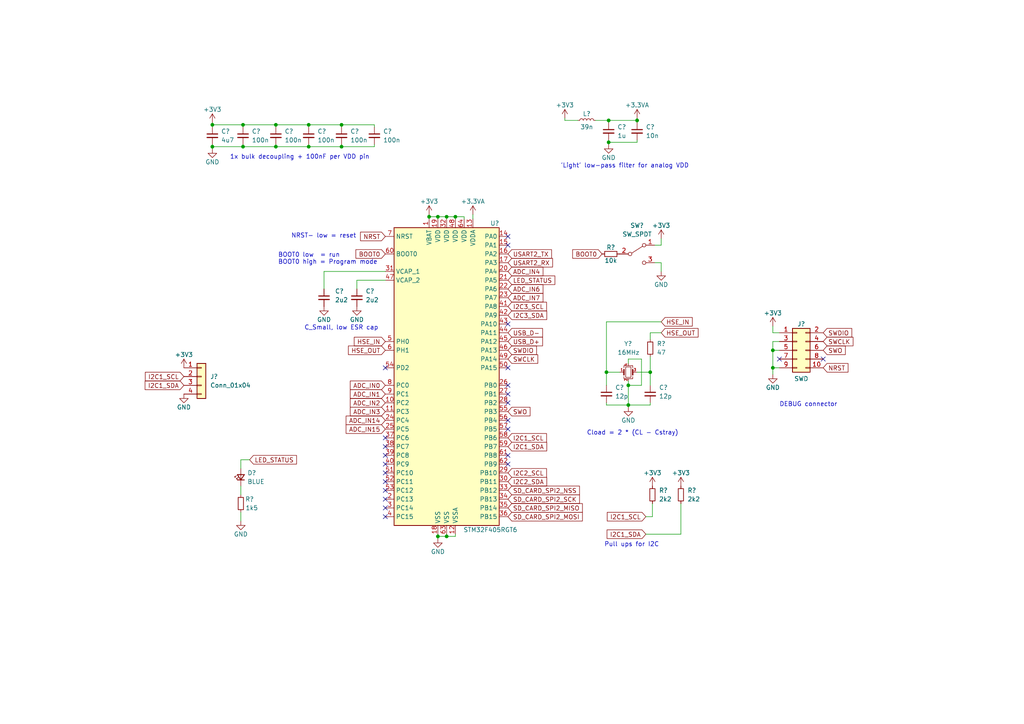
<source format=kicad_sch>
(kicad_sch (version 20230121) (generator eeschema)
  (paper "A4")
  (lib_symbols
    (symbol "Connector_Generic:Conn_01x04" (pin_names (offset 1.016) hide)
      (property "Reference" "J" (at 0 5.08 0))
      (property "Value" "Conn_01x04" (at 0 -7.62 0))
      (symbol "Conn_01x04_1_1"
        (rectangle (start -1.27 -4.953) (end 0 -5.207) (stroke (width 0.1524)))
        (rectangle (start -1.27 -2.413) (end 0 -2.667) (stroke (width 0.1524)))
        (rectangle (start -1.27 0.127) (end 0 -0.127) (stroke (width 0.1524)))
        (rectangle (start -1.27 2.667) (end 0 2.413) (stroke (width 0.1524)))
        (rectangle (start -1.27 3.81) (end 1.27 -6.35) (stroke (width 0.254)) (fill (type background)))
        (pin passive line (at -5.08 2.54 0) (length 3.81) (name "Pin_1") (number "1"))
        (pin passive line (at -5.08 0 0) (length 3.81) (name "Pin_2") (number "2"))
        (pin passive line (at -5.08 -2.54 0) (length 3.81) (name "Pin_3") (number "3"))
        (pin passive line (at -5.08 -5.08 0) (length 3.81) (name "Pin_4") (number "4"))
      )
    )
    (symbol "Connector_Generic:Conn_02x05_Odd_Even" (pin_names (offset 1.016) hide)
      (property "Reference" "J" (at 1.27 7.62 0))
      (property "Value" "Conn_02x05_Odd_Even" (at 1.27 -7.62 0))
      (symbol "Conn_02x05_Odd_Even_1_1"
        (rectangle (start -1.27 -4.953) (end 0 -5.207) (stroke (width 0.1524)))
        (rectangle (start -1.27 -2.413) (end 0 -2.667) (stroke (width 0.1524)))
        (rectangle (start -1.27 0.127) (end 0 -0.127) (stroke (width 0.1524)))
        (rectangle (start -1.27 2.667) (end 0 2.413) (stroke (width 0.1524)))
        (rectangle (start -1.27 5.207) (end 0 4.953) (stroke (width 0.1524)))
        (rectangle (start -1.27 6.35) (end 3.81 -6.35) (stroke (width 0.254)) (fill (type background)))
        (rectangle (start 3.81 -4.953) (end 2.54 -5.207) (stroke (width 0.1524)))
        (rectangle (start 3.81 -2.413) (end 2.54 -2.667) (stroke (width 0.1524)))
        (rectangle (start 3.81 0.127) (end 2.54 -0.127) (stroke (width 0.1524)))
        (rectangle (start 3.81 2.667) (end 2.54 2.413) (stroke (width 0.1524)))
        (rectangle (start 3.81 5.207) (end 2.54 4.953) (stroke (width 0.1524)))
        (pin passive line (at -5.08 5.08 0) (length 3.81) (name "Pin_1") (number "1"))
        (pin passive line (at 7.62 -5.08 180) (length 3.81) (name "Pin_10") (number "10"))
        (pin passive line (at 7.62 5.08 180) (length 3.81) (name "Pin_2") (number "2"))
        (pin passive line (at -5.08 2.54 0) (length 3.81) (name "Pin_3") (number "3"))
        (pin passive line (at 7.62 2.54 180) (length 3.81) (name "Pin_4") (number "4"))
        (pin passive line (at -5.08 0 0) (length 3.81) (name "Pin_5") (number "5"))
        (pin passive line (at 7.62 0 180) (length 3.81) (name "Pin_6") (number "6"))
        (pin passive line (at -5.08 -2.54 0) (length 3.81) (name "Pin_7") (number "7"))
        (pin passive line (at 7.62 -2.54 180) (length 3.81) (name "Pin_8") (number "8"))
        (pin passive line (at -5.08 -5.08 0) (length 3.81) (name "Pin_9") (number "9"))
      )
    )
    (symbol "Device:C_Small" (pin_numbers hide) (pin_names (offset 0.254) hide)
      (property "Reference" "C" (at 0.254 1.778 0))
      (property "Value" "C_Small" (at 0.254 -2.032 0))
      (symbol "C_Small_0_1"
        (polyline (pts (xy -1.524 -0.508) (xy 1.524 -0.508)) (stroke (width 0.3302)))
        (polyline (pts (xy -1.524 0.508) (xy 1.524 0.508)) (stroke (width 0.3048)))
      )
      (symbol "C_Small_1_1"
        (pin passive line (at 0 2.54 270) (length 2.032) (name "~") (number "1"))
        (pin passive line (at 0 -2.54 90) (length 2.032) (name "~") (number "2"))
      )
    )
    (symbol "Device:Crystal_GND24_Small" (pin_names (offset 1.016) hide)
      (property "Reference" "Y" (at 1.27 4.445 0))
      (property "Value" "Crystal_GND24_Small" (at 1.27 2.54 0))
      (symbol "Crystal_GND24_Small_0_1"
        (rectangle (start -0.762 -1.524) (end 0.762 1.524))
        (polyline (pts (xy -1.27 -0.762) (xy -1.27 0.762)) (stroke (width 0.381)))
        (polyline (pts (xy 1.27 -0.762) (xy 1.27 0.762)) (stroke (width 0.381)))
        (polyline (pts (xy -1.27 -1.27) (xy -1.27 -1.905) (xy 1.27 -1.905) (xy 1.27 -1.27)))
        (polyline (pts (xy -1.27 1.27) (xy -1.27 1.905) (xy 1.27 1.905) (xy 1.27 1.27)))
      )
      (symbol "Crystal_GND24_Small_1_1"
        (pin passive line (at -2.54 0 0) (length 1.27) (name "1") (number "1"))
        (pin passive line (at 0 -2.54 90) (length 0.635) (name "2") (number "2"))
        (pin passive line (at 2.54 0 180) (length 1.27) (name "3") (number "3"))
        (pin passive line (at 0 2.54 270) (length 0.635) (name "4") (number "4"))
      )
    )
    (symbol "Device:LED_Small" (pin_numbers hide) (pin_names (offset 0.254) hide)
      (property "Reference" "D" (at -1.27 3.175 0))
      (property "Value" "LED_Small" (at -4.445 -2.54 0))
      (symbol "LED_Small_0_1"
        (polyline (pts (xy -0.762 -1.016) (xy -0.762 1.016)) (stroke (width 0.254)))
        (polyline (pts (xy 1.016 0) (xy -0.762 0)))
        (polyline (pts (xy 0.762 -1.016) (xy -0.762 0) (xy 0.762 1.016) (xy 0.762 -1.016)) (stroke (width 0.254)))
        (polyline (pts (xy 0 0.762) (xy -0.508 1.27) (xy -0.254 1.27) (xy -0.508 1.27) (xy -0.508 1.016)))
        (polyline (pts (xy 0.508 1.27) (xy 0 1.778) (xy 0.254 1.778) (xy 0 1.778) (xy 0 1.524)))
      )
      (symbol "LED_Small_1_1"
        (pin passive line (at -2.54 0 0) (length 1.778) (name "K") (number "1"))
        (pin passive line (at 2.54 0 180) (length 1.778) (name "A") (number "2"))
      )
    )
    (symbol "Device:L_Small" (pin_numbers hide) (pin_names (offset 0.254) hide)
      (property "Reference" "L" (at 0.762 1.016 0))
      (property "Value" "L_Small" (at 0.762 -1.016 0))
      (symbol "L_Small_0_1"
        (arc (start 0 -2.032) (mid 0.5058 -1.524) (end 0 -1.016))
        (arc (start 0 -1.016) (mid 0.5058 -0.508) (end 0 0))
        (arc (start 0 0) (mid 0.5058 0.508) (end 0 1.016))
        (arc (start 0 1.016) (mid 0.5058 1.524) (end 0 2.032))
      )
      (symbol "L_Small_1_1"
        (pin passive line (at 0 2.54 270) (length 0.508) (name "~") (number "1"))
        (pin passive line (at 0 -2.54 90) (length 0.508) (name "~") (number "2"))
      )
    )
    (symbol "Device:R_Small" (pin_numbers hide) (pin_names (offset 0.254) hide)
      (property "Reference" "R" (at 0.762 0.508 0))
      (property "Value" "R_Small" (at 0.762 -1.016 0))
      (symbol "R_Small_0_1"
        (rectangle (start -0.762 1.778) (end 0.762 -1.778) (stroke (width 0.2032)))
      )
      (symbol "R_Small_1_1"
        (pin passive line (at 0 2.54 270) (length 0.762) (name "~") (number "1"))
        (pin passive line (at 0 -2.54 90) (length 0.762) (name "~") (number "2"))
      )
    )
    (symbol "MCU_ST_STM32F4:STM32F405RGTx"
      (property "Reference" "U" (at -15.24 44.45 0))
      (property "Value" "STM32F405RGTx" (at 10.16 44.45 0))
      (symbol "STM32F405RGTx_0_1"
        (rectangle (start -15.24 -43.18) (end 15.24 43.18) (stroke (width 0.254)) (fill (type background)))
      )
      (symbol "STM32F405RGTx_1_1"
        (pin power_in line (at -5.08 45.72 270) (length 2.54) (name "VBAT") (number "1"))
        (pin bidirectional line (at -17.78 -7.62 0) (length 2.54) (name "PC2") (number "10"))
        (pin bidirectional line (at -17.78 -10.16 0) (length 2.54) (name "PC3") (number "11"))
        (pin power_in line (at 2.54 -45.72 90) (length 2.54) (name "VSSA") (number "12"))
        (pin power_in line (at 7.62 45.72 270) (length 2.54) (name "VDDA") (number "13"))
        (pin bidirectional line (at 17.78 40.64 180) (length 2.54) (name "PA0") (number "14"))
        (pin bidirectional line (at 17.78 38.1 180) (length 2.54) (name "PA1") (number "15"))
        (pin bidirectional line (at 17.78 35.56 180) (length 2.54) (name "PA2") (number "16"))
        (pin bidirectional line (at 17.78 33.02 180) (length 2.54) (name "PA3") (number "17"))
        (pin power_in line (at -2.54 -45.72 90) (length 2.54) (name "VSS") (number "18"))
        (pin power_in line (at -2.54 45.72 270) (length 2.54) (name "VDD") (number "19"))
        (pin bidirectional line (at -17.78 -35.56 0) (length 2.54) (name "PC13") (number "2"))
        (pin bidirectional line (at 17.78 30.48 180) (length 2.54) (name "PA4") (number "20"))
        (pin bidirectional line (at 17.78 27.94 180) (length 2.54) (name "PA5") (number "21"))
        (pin bidirectional line (at 17.78 25.4 180) (length 2.54) (name "PA6") (number "22"))
        (pin bidirectional line (at 17.78 22.86 180) (length 2.54) (name "PA7") (number "23"))
        (pin bidirectional line (at -17.78 -12.7 0) (length 2.54) (name "PC4") (number "24"))
        (pin bidirectional line (at -17.78 -15.24 0) (length 2.54) (name "PC5") (number "25"))
        (pin bidirectional line (at 17.78 -2.54 180) (length 2.54) (name "PB0") (number "26"))
        (pin bidirectional line (at 17.78 -5.08 180) (length 2.54) (name "PB1") (number "27"))
        (pin bidirectional line (at 17.78 -7.62 180) (length 2.54) (name "PB2") (number "28"))
        (pin bidirectional line (at 17.78 -27.94 180) (length 2.54) (name "PB10") (number "29"))
        (pin bidirectional line (at -17.78 -38.1 0) (length 2.54) (name "PC14") (number "3"))
        (pin bidirectional line (at 17.78 -30.48 180) (length 2.54) (name "PB11") (number "30"))
        (pin power_in line (at -17.78 30.48 0) (length 2.54) (name "VCAP_1") (number "31"))
        (pin power_in line (at 0 45.72 270) (length 2.54) (name "VDD") (number "32"))
        (pin bidirectional line (at 17.78 -33.02 180) (length 2.54) (name "PB12") (number "33"))
        (pin bidirectional line (at 17.78 -35.56 180) (length 2.54) (name "PB13") (number "34"))
        (pin bidirectional line (at 17.78 -38.1 180) (length 2.54) (name "PB14") (number "35"))
        (pin bidirectional line (at 17.78 -40.64 180) (length 2.54) (name "PB15") (number "36"))
        (pin bidirectional line (at -17.78 -17.78 0) (length 2.54) (name "PC6") (number "37"))
        (pin bidirectional line (at -17.78 -20.32 0) (length 2.54) (name "PC7") (number "38"))
        (pin bidirectional line (at -17.78 -22.86 0) (length 2.54) (name "PC8") (number "39"))
        (pin bidirectional line (at -17.78 -40.64 0) (length 2.54) (name "PC15") (number "4"))
        (pin bidirectional line (at -17.78 -25.4 0) (length 2.54) (name "PC9") (number "40"))
        (pin bidirectional line (at 17.78 20.32 180) (length 2.54) (name "PA8") (number "41"))
        (pin bidirectional line (at 17.78 17.78 180) (length 2.54) (name "PA9") (number "42"))
        (pin bidirectional line (at 17.78 15.24 180) (length 2.54) (name "PA10") (number "43"))
        (pin bidirectional line (at 17.78 12.7 180) (length 2.54) (name "PA11") (number "44"))
        (pin bidirectional line (at 17.78 10.16 180) (length 2.54) (name "PA12") (number "45"))
        (pin bidirectional line (at 17.78 7.62 180) (length 2.54) (name "PA13") (number "46"))
        (pin power_in line (at -17.78 27.94 0) (length 2.54) (name "VCAP_2") (number "47"))
        (pin power_in line (at 2.54 45.72 270) (length 2.54) (name "VDD") (number "48"))
        (pin bidirectional line (at 17.78 5.08 180) (length 2.54) (name "PA14") (number "49"))
        (pin input line (at -17.78 10.16 0) (length 2.54) (name "PH0") (number "5"))
        (pin bidirectional line (at 17.78 2.54 180) (length 2.54) (name "PA15") (number "50"))
        (pin bidirectional line (at -17.78 -27.94 0) (length 2.54) (name "PC10") (number "51"))
        (pin bidirectional line (at -17.78 -30.48 0) (length 2.54) (name "PC11") (number "52"))
        (pin bidirectional line (at -17.78 -33.02 0) (length 2.54) (name "PC12") (number "53"))
        (pin bidirectional line (at -17.78 2.54 0) (length 2.54) (name "PD2") (number "54"))
        (pin bidirectional line (at 17.78 -10.16 180) (length 2.54) (name "PB3") (number "55"))
        (pin bidirectional line (at 17.78 -12.7 180) (length 2.54) (name "PB4") (number "56"))
        (pin bidirectional line (at 17.78 -15.24 180) (length 2.54) (name "PB5") (number "57"))
        (pin bidirectional line (at 17.78 -17.78 180) (length 2.54) (name "PB6") (number "58"))
        (pin bidirectional line (at 17.78 -20.32 180) (length 2.54) (name "PB7") (number "59"))
        (pin input line (at -17.78 7.62 0) (length 2.54) (name "PH1") (number "6"))
        (pin input line (at -17.78 35.56 0) (length 2.54) (name "BOOT0") (number "60"))
        (pin bidirectional line (at 17.78 -22.86 180) (length 2.54) (name "PB8") (number "61"))
        (pin bidirectional line (at 17.78 -25.4 180) (length 2.54) (name "PB9") (number "62"))
        (pin power_in line (at 0 -45.72 90) (length 2.54) (name "VSS") (number "63"))
        (pin power_in line (at 5.08 45.72 270) (length 2.54) (name "VDD") (number "64"))
        (pin input line (at -17.78 40.64 0) (length 2.54) (name "NRST") (number "7"))
        (pin bidirectional line (at -17.78 -2.54 0) (length 2.54) (name "PC0") (number "8"))
        (pin bidirectional line (at -17.78 -5.08 0) (length 2.54) (name "PC1") (number "9"))
      )
    )
    (symbol "STM32F4_REV2-rescue:+3.3V-power" (power) (pin_names (offset 0))
      (property "Value" "+3.3V-power" (at 0 3.556 0))
      (symbol "+3.3V-power_0_1"
        (polyline (pts (xy -0.762 1.27) (xy 0 2.54)))
        (polyline (pts (xy 0 0) (xy 0 2.54)))
        (polyline (pts (xy 0 2.54) (xy 0.762 1.27)))
      )
      (symbol "+3.3V-power_1_1"
        (pin power_in line (at 0 0 90) (length 0) hide (name "+3V3") (number "1"))
      )
    )
    (symbol "Switch:SW_SPDT" (pin_names (offset 0) hide)
      (property "Reference" "SW" (at 0 4.318 0))
      (property "Value" "SW_SPDT" (at 0 -5.08 0))
      (symbol "SW_SPDT_0_0"
        (circle (center -2.032 0) (radius 0.508))
        (circle (center 2.032 -2.54) (radius 0.508))
      )
      (symbol "SW_SPDT_0_1"
        (polyline (pts (xy -1.524 0.254) (xy 1.651 2.286)))
        (circle (center 2.032 2.54) (radius 0.508))
      )
      (symbol "SW_SPDT_1_1"
        (pin passive line (at 5.08 2.54 180) (length 2.54) (name "A") (number "1"))
        (pin passive line (at -5.08 0 0) (length 2.54) (name "B") (number "2"))
        (pin passive line (at 5.08 -2.54 180) (length 2.54) (name "C") (number "3"))
      )
    )
    (symbol "power:+3.3VA" (power) (pin_names (offset 0))
      (property "Value" "+3.3VA" (at 0 3.556 0))
      (symbol "+3.3VA_0_1"
        (polyline (pts (xy -0.762 1.27) (xy 0 2.54)))
        (polyline (pts (xy 0 0) (xy 0 2.54)))
        (polyline (pts (xy 0 2.54) (xy 0.762 1.27)))
      )
      (symbol "+3.3VA_1_1"
        (pin power_in line (at 0 0 90) (length 0) hide (name "+3.3VA") (number "1"))
      )
    )
    (symbol "power:GND" (power) (pin_names (offset 0))
      (property "Value" "GND" (at 0 -3.81 0))
      (symbol "GND_0_1"
        (polyline (pts (xy 0 0) (xy 0 -1.27) (xy 1.27 -1.27) (xy 0 -2.54) (xy -1.27 -1.27) (xy 0 -1.27)))
      )
      (symbol "GND_1_1"
        (pin power_in line (at 0 0 270) (length 0) hide (name "GND") (number "1"))
      )
    )
  )
  (junction (at 99.06 42.545))
  (junction (at 224.155 106.68))
  (junction (at 61.595 36.195))
  (junction (at 182.245 117.475))
  (junction (at 129.54 155.575))
  (junction (at 129.54 62.865))
  (junction (at 80.01 36.195))
  (junction (at 176.53 41.275))
  (junction (at 70.485 42.545))
  (junction (at 127 155.575))
  (junction (at 132.08 62.865))
  (junction (at 80.01 42.545))
  (junction (at 224.155 101.6))
  (junction (at 188.595 107.95))
  (junction (at 61.595 42.545))
  (junction (at 184.785 34.925))
  (junction (at 70.485 36.195))
  (junction (at 182.245 111.76))
  (junction (at 175.895 107.95))
  (junction (at 176.53 34.925))
  (junction (at 99.06 36.195))
  (junction (at 89.535 42.545))
  (junction (at 127 62.865))
  (junction (at 89.535 36.195))
  (junction (at 124.46 62.865))
  (no_connect (at 111.76 134.62))
  (no_connect (at 111.76 144.78))
  (no_connect (at 111.76 142.24))
  (no_connect (at 111.76 132.08))
  (no_connect (at 147.32 121.92))
  (no_connect (at 147.32 68.58))
  (no_connect (at 111.76 139.7))
  (no_connect (at 147.32 132.08))
  (no_connect (at 147.32 93.98))
  (no_connect (at 147.32 134.62))
  (no_connect (at 147.32 124.46))
  (no_connect (at 147.32 116.84))
  (no_connect (at 111.76 137.16))
  (no_connect (at 111.76 127))
  (no_connect (at 111.76 149.86))
  (no_connect (at 147.32 106.68))
  (no_connect (at 226.06 104.14))
  (no_connect (at 238.76 104.14))
  (no_connect (at 111.76 106.68))
  (no_connect (at 111.76 147.32))
  (no_connect (at 111.76 129.54))
  (no_connect (at 147.32 114.3))
  (no_connect (at 147.32 71.12))
  (no_connect (at 147.32 111.76))
  (wire (pts (xy 176.53 35.56) (xy 176.53 34.925)))
  (wire (pts (xy 103.505 83.82) (xy 103.505 81.28)))
  (wire (pts (xy 72.39 133.35) (xy 69.85 133.35)))
  (wire (pts (xy 184.785 34.29) (xy 184.785 34.925)))
  (wire (pts (xy 61.595 35.56) (xy 61.595 36.195)))
  (wire (pts (xy 188.595 117.475) (xy 188.595 116.84)))
  (wire (pts (xy 182.245 118.11) (xy 182.245 117.475)))
  (wire (pts (xy 224.155 94.615) (xy 224.155 96.52)))
  (wire (pts (xy 69.85 143.51) (xy 69.85 140.97)))
  (wire (pts (xy 70.485 36.83) (xy 70.485 36.195)))
  (wire (pts (xy 103.505 81.28) (xy 111.76 81.28)))
  (wire (pts (xy 186.055 104.14) (xy 186.055 111.76)))
  (wire (pts (xy 226.06 106.68) (xy 224.155 106.68)))
  (wire (pts (xy 189.23 149.86) (xy 189.23 146.05)))
  (wire (pts (xy 127 156.21) (xy 127 155.575)))
  (wire (pts (xy 124.46 62.865) (xy 124.46 63.5)))
  (wire (pts (xy 184.785 34.925) (xy 176.53 34.925)))
  (wire (pts (xy 99.06 42.545) (xy 108.585 42.545)))
  (wire (pts (xy 93.98 83.82) (xy 93.98 78.74)))
  (wire (pts (xy 99.06 36.195) (xy 108.585 36.195)))
  (wire (pts (xy 129.54 63.5) (xy 129.54 62.865)))
  (wire (pts (xy 163.83 34.925) (xy 167.64 34.925)))
  (wire (pts (xy 224.155 96.52) (xy 226.06 96.52)))
  (wire (pts (xy 187.325 149.86) (xy 189.23 149.86)))
  (wire (pts (xy 224.155 106.68) (xy 224.155 108.585)))
  (wire (pts (xy 89.535 41.91) (xy 89.535 42.545)))
  (wire (pts (xy 132.08 155.575) (xy 132.08 154.94)))
  (wire (pts (xy 176.53 34.925) (xy 172.72 34.925)))
  (wire (pts (xy 93.98 78.74) (xy 111.76 78.74)))
  (wire (pts (xy 224.155 99.06) (xy 224.155 101.6)))
  (wire (pts (xy 124.46 62.865) (xy 127 62.865)))
  (wire (pts (xy 127 62.865) (xy 129.54 62.865)))
  (wire (pts (xy 186.055 111.76) (xy 182.245 111.76)))
  (wire (pts (xy 226.06 99.06) (xy 224.155 99.06)))
  (wire (pts (xy 182.245 111.76) (xy 182.245 117.475)))
  (wire (pts (xy 70.485 42.545) (xy 80.01 42.545)))
  (wire (pts (xy 188.595 96.52) (xy 188.595 98.425)))
  (wire (pts (xy 184.785 107.95) (xy 188.595 107.95)))
  (wire (pts (xy 184.785 41.275) (xy 184.785 40.64)))
  (wire (pts (xy 176.53 41.275) (xy 176.53 40.64)))
  (wire (pts (xy 89.535 36.195) (xy 99.06 36.195)))
  (wire (pts (xy 175.895 111.76) (xy 175.895 107.95)))
  (wire (pts (xy 182.245 117.475) (xy 175.895 117.475)))
  (wire (pts (xy 134.62 62.865) (xy 134.62 63.5)))
  (wire (pts (xy 129.54 154.94) (xy 129.54 155.575)))
  (wire (pts (xy 175.895 93.345) (xy 175.895 107.95)))
  (wire (pts (xy 61.595 36.195) (xy 61.595 36.83)))
  (wire (pts (xy 89.535 42.545) (xy 99.06 42.545)))
  (wire (pts (xy 80.01 36.83) (xy 80.01 36.195)))
  (wire (pts (xy 137.16 62.23) (xy 137.16 63.5)))
  (wire (pts (xy 99.06 41.91) (xy 99.06 42.545)))
  (wire (pts (xy 182.245 117.475) (xy 188.595 117.475)))
  (wire (pts (xy 182.245 105.41) (xy 182.245 104.14)))
  (wire (pts (xy 191.77 76.2) (xy 189.865 76.2)))
  (wire (pts (xy 70.485 41.91) (xy 70.485 42.545)))
  (wire (pts (xy 108.585 36.195) (xy 108.585 36.83)))
  (wire (pts (xy 197.485 154.94) (xy 197.485 146.05)))
  (wire (pts (xy 129.54 155.575) (xy 132.08 155.575)))
  (wire (pts (xy 184.785 35.56) (xy 184.785 34.925)))
  (wire (pts (xy 69.85 151.13) (xy 69.85 148.59)))
  (wire (pts (xy 80.01 36.195) (xy 89.535 36.195)))
  (wire (pts (xy 69.85 133.35) (xy 69.85 135.89)))
  (wire (pts (xy 129.54 62.865) (xy 132.08 62.865)))
  (wire (pts (xy 226.06 101.6) (xy 224.155 101.6)))
  (wire (pts (xy 175.895 93.345) (xy 191.77 93.345)))
  (wire (pts (xy 176.53 41.275) (xy 184.785 41.275)))
  (wire (pts (xy 61.595 42.545) (xy 70.485 42.545)))
  (wire (pts (xy 61.595 36.195) (xy 70.485 36.195)))
  (wire (pts (xy 127 63.5) (xy 127 62.865)))
  (wire (pts (xy 80.01 41.91) (xy 80.01 42.545)))
  (wire (pts (xy 175.895 117.475) (xy 175.895 116.84)))
  (wire (pts (xy 175.895 107.95) (xy 179.705 107.95)))
  (wire (pts (xy 182.245 110.49) (xy 182.245 111.76)))
  (wire (pts (xy 61.595 42.545) (xy 61.595 41.91)))
  (wire (pts (xy 163.83 34.29) (xy 163.83 34.925)))
  (wire (pts (xy 187.325 154.94) (xy 197.485 154.94)))
  (wire (pts (xy 89.535 36.83) (xy 89.535 36.195)))
  (wire (pts (xy 176.53 41.91) (xy 176.53 41.275)))
  (wire (pts (xy 124.46 62.23) (xy 124.46 62.865)))
  (wire (pts (xy 191.77 96.52) (xy 188.595 96.52)))
  (wire (pts (xy 127 155.575) (xy 129.54 155.575)))
  (wire (pts (xy 61.595 43.18) (xy 61.595 42.545)))
  (wire (pts (xy 188.595 103.505) (xy 188.595 107.95)))
  (wire (pts (xy 224.155 101.6) (xy 224.155 106.68)))
  (wire (pts (xy 132.08 62.865) (xy 134.62 62.865)))
  (wire (pts (xy 70.485 36.195) (xy 80.01 36.195)))
  (wire (pts (xy 80.01 42.545) (xy 89.535 42.545)))
  (wire (pts (xy 191.77 78.74) (xy 191.77 76.2)))
  (wire (pts (xy 188.595 111.76) (xy 188.595 107.95)))
  (wire (pts (xy 189.865 71.12) (xy 191.77 71.12)))
  (wire (pts (xy 99.06 36.83) (xy 99.06 36.195)))
  (wire (pts (xy 191.77 71.12) (xy 191.77 69.215)))
  (wire (pts (xy 132.08 63.5) (xy 132.08 62.865)))
  (wire (pts (xy 182.245 104.14) (xy 186.055 104.14)))
  (wire (pts (xy 127 155.575) (xy 127 154.94)))
  (wire (pts (xy 108.585 42.545) (xy 108.585 41.91)))
  (text "Cload = 2 * (CL - Cstray)" (at 170.18 126.365 0) (effects (font (size 1.27 1.27)) (justify left bottom)))
  (text "Pull ups for I2C" (at 175.26 158.75 0) (effects (font (size 1.27 1.27)) (justify left bottom)))
  (text "'Light' low-pass filter for analog VDD" (at 162.56 48.895 0) (effects (font (size 1.27 1.27)) (justify left bottom)))
  (text "1x bulk decoupling + 100nF per VDD pin" (at 66.675 46.355 0) (effects (font (size 1.27 1.27)) (justify left bottom)))
  (text "BOOT0 low  = run\nBOOT0 high = Program mode" (at 80.645 76.835 0) (effects (font (size 1.27 1.27)) (justify left bottom)))
  (text "NRST- low = reset" (at 84.455 69.215 0) (effects (font (size 1.27 1.27)) (justify left bottom)))
  (text "C_Small, low ESR cap" (at 88.265 95.885 0) (effects (font (size 1.27 1.27)) (justify left bottom)))
  (text "DEBUG connector" (at 226.06 118.11 0) (effects (font (size 1.27 1.27)) (justify left bottom)))
  (global_label "USB_D+" (shape input) (at 147.32 99.06 0) (property "Intersheetrefs" "${INTERSHEET_REFS}" (effects hide)))
  (global_label "SWDIO" (shape input) (at 238.76 96.52 0) (property "Intersheetrefs" "${INTERSHEET_REFS}" (effects hide)))
  (global_label "USB_D-" (shape input) (at 147.32 96.52 0) (property "Intersheetrefs" "${INTERSHEET_REFS}" (effects hide)))
  (global_label "SD_CARD_SPI2_SCK" (shape input) (at 147.32 144.78 0) (property "Intersheetrefs" "${INTERSHEET_REFS}" (effects hide)))
  (global_label "I2C1_SCL" (shape input) (at 147.32 127 0) (property "Intersheetrefs" "${INTERSHEET_REFS}" (effects hide)))
  (global_label "SWDIO" (shape input) (at 147.32 101.6 0) (property "Intersheetrefs" "${INTERSHEET_REFS}" (effects hide)))
  (global_label "ADC_IN3" (shape input) (at 111.76 119.38 180) (property "Intersheetrefs" "${INTERSHEET_REFS}" (effects hide)))
  (global_label "I2C3_SDA" (shape input) (at 147.32 91.44 0) (property "Intersheetrefs" "${INTERSHEET_REFS}" (effects hide)))
  (global_label "I2C1_SDA" (shape input) (at 53.34 111.76 180) (property "Intersheetrefs" "${INTERSHEET_REFS}" (effects hide)))
  (global_label "USART2_TX" (shape input) (at 147.32 73.66 0) (property "Intersheetrefs" "${INTERSHEET_REFS}" (effects hide)))
  (global_label "HSE_IN" (shape input) (at 111.76 99.06 180) (property "Intersheetrefs" "${INTERSHEET_REFS}" (effects hide)))
  (global_label "SWCLK" (shape input) (at 238.76 99.06 0) (property "Intersheetrefs" "${INTERSHEET_REFS}" (effects hide)))
  (global_label "BOOT0" (shape input) (at 111.76 73.66 180) (property "Intersheetrefs" "${INTERSHEET_REFS}" (effects hide)))
  (global_label "I2C3_SCL" (shape input) (at 147.32 88.9 0) (property "Intersheetrefs" "${INTERSHEET_REFS}" (effects hide)))
  (global_label "I2C1_SDA" (shape input) (at 147.32 129.54 0) (property "Intersheetrefs" "${INTERSHEET_REFS}" (effects hide)))
  (global_label "I2C1_SDA" (shape input) (at 187.325 154.94 180) (property "Intersheetrefs" "${INTERSHEET_REFS}" (effects hide)))
  (global_label "SWO" (shape input) (at 238.76 101.6 0) (property "Intersheetrefs" "${INTERSHEET_REFS}" (effects hide)))
  (global_label "SWCLK" (shape input) (at 147.32 104.14 0) (property "Intersheetrefs" "${INTERSHEET_REFS}" (effects hide)))
  (global_label "ADC_IN6" (shape input) (at 147.32 83.82 0) (property "Intersheetrefs" "${INTERSHEET_REFS}" (effects hide)))
  (global_label "BOOT0" (shape input) (at 174.625 73.66 180) (property "Intersheetrefs" "${INTERSHEET_REFS}" (effects hide)))
  (global_label "LED_STATUS" (shape input) (at 147.32 81.28 0) (property "Intersheetrefs" "${INTERSHEET_REFS}" (effects hide)))
  (global_label "I2C1_SCL" (shape input) (at 53.34 109.22 180) (property "Intersheetrefs" "${INTERSHEET_REFS}" (effects hide)))
  (global_label "ADC_IN1" (shape input) (at 111.76 114.3 180) (property "Intersheetrefs" "${INTERSHEET_REFS}" (effects hide)))
  (global_label "HSE_IN" (shape input) (at 191.77 93.345 0) (property "Intersheetrefs" "${INTERSHEET_REFS}" (effects hide)))
  (global_label "HSE_OUT" (shape input) (at 191.77 96.52 0) (property "Intersheetrefs" "${INTERSHEET_REFS}" (effects hide)))
  (global_label "I2C1_SCL" (shape input) (at 187.325 149.86 180) (property "Intersheetrefs" "${INTERSHEET_REFS}" (effects hide)))
  (global_label "ADC_IN7" (shape input) (at 147.32 86.36 0) (property "Intersheetrefs" "${INTERSHEET_REFS}" (effects hide)))
  (global_label "SD_CARD_SPI2_MISO" (shape input) (at 147.32 147.32 0) (property "Intersheetrefs" "${INTERSHEET_REFS}" (effects hide)))
  (global_label "I2C2_SDA" (shape input) (at 147.32 139.7 0) (property "Intersheetrefs" "${INTERSHEET_REFS}" (effects hide)))
  (global_label "USART2_RX" (shape input) (at 147.32 76.2 0) (property "Intersheetrefs" "${INTERSHEET_REFS}" (effects hide)))
  (global_label "HSE_OUT" (shape input) (at 111.76 101.6 180) (property "Intersheetrefs" "${INTERSHEET_REFS}" (effects hide)))
  (global_label "NRST" (shape input) (at 238.76 106.68 0) (property "Intersheetrefs" "${INTERSHEET_REFS}" (effects hide)))
  (global_label "SWO" (shape input) (at 147.32 119.38 0) (property "Intersheetrefs" "${INTERSHEET_REFS}" (effects hide)))
  (global_label "SD_CARD_SPI2_NSS" (shape input) (at 147.32 142.24 0) (property "Intersheetrefs" "${INTERSHEET_REFS}" (effects hide)))
  (global_label "SD_CARD_SPI2_MOSI" (shape input) (at 147.32 149.86 0) (property "Intersheetrefs" "${INTERSHEET_REFS}" (effects hide)))
  (global_label "LED_STATUS" (shape input) (at 72.39 133.35 0) (property "Intersheetrefs" "${INTERSHEET_REFS}" (effects hide)))
  (global_label "ADC_IN14" (shape input) (at 111.76 121.92 180) (property "Intersheetrefs" "${INTERSHEET_REFS}" (effects hide)))
  (global_label "ADC_IN4" (shape input) (at 147.32 78.74 0) (property "Intersheetrefs" "${INTERSHEET_REFS}" (effects hide)))
  (global_label "ADC_IN0" (shape input) (at 111.76 111.76 180) (property "Intersheetrefs" "${INTERSHEET_REFS}" (effects hide)))
  (global_label "ADC_IN15" (shape input) (at 111.76 124.46 180) (property "Intersheetrefs" "${INTERSHEET_REFS}" (effects hide)))
  (global_label "NRST" (shape input) (at 111.76 68.58 180) (property "Intersheetrefs" "${INTERSHEET_REFS}" (effects hide)))
  (global_label "ADC_IN2" (shape input) (at 111.76 116.84 180) (property "Intersheetrefs" "${INTERSHEET_REFS}" (effects hide)))
  (global_label "I2C2_SCL" (shape input) (at 147.32 137.16 0) (property "Intersheetrefs" "${INTERSHEET_REFS}" (effects hide)))
  (symbol (lib_id "Device:R_Small") (at 69.85 146.05 180) (unit 1)
    (property "Reference" "R?" (at 72.39 144.78 0))
    (property "Value" "1k5" (at 73.025 147.32 0))
    (property "Footprint" "Resistor_SMD:R_0603_1608Metric" (effects hide))
    (property "LCSC Part #" "C22843" (effects hide))
  )
  (symbol (lib_id "power:GND") (at 93.98 88.9 0) (unit 1)
    (property "Reference" "#PWR?" (effects hide))
    (property "Value" "GND" (at 93.98 92.71 0))
  )
  (symbol (lib_id "power:GND") (at 53.34 114.3 0) (unit 1)
    (property "Reference" "#PWR?" (effects hide))
    (property "Value" "GND" (at 53.34 118.11 0))
  )
  (symbol (lib_id "STM32F4_REV2-rescue:+3.3V-power") (at 163.83 34.29 0) (unit 1)
    (property "Reference" "#PWR?" (effects hide))
    (property "Value" "+3.3V" (at 163.83 30.48 0))
  )
  (symbol (lib_id "Device:LED_Small") (at 69.85 138.43 90) (unit 1)
    (property "Reference" "D?" (at 71.755 137.16 90) (effects (justify right)))
    (property "Value" "BLUE" (at 71.755 139.7 90) (effects (justify right)))
    (property "Footprint" "LED_SMD:LED_0603_1608Metric" (effects hide))
    (property "LCSC Part #" "C72041" (effects hide))
  )
  (symbol (lib_id "Device:R_Small") (at 197.485 143.51 0) (unit 1)
    (property "Reference" "R?" (at 199.39 142.24 0) (effects (justify left)))
    (property "Value" "2k2" (at 199.39 144.78 0) (effects (justify left)))
    (property "Footprint" "Resistor_SMD:R_0402_1005Metric" (effects hide))
    (property "LCSC Part #" "C25879" (effects hide))
  )
  (symbol (lib_id "Device:R_Small") (at 189.23 143.51 0) (unit 1)
    (property "Reference" "R?" (at 191.135 142.24 0) (effects (justify left)))
    (property "Value" "2k2" (at 191.135 144.78 0) (effects (justify left)))
    (property "Footprint" "Resistor_SMD:R_0402_1005Metric" (effects hide))
    (property "LCSC Part #" "C25879" (effects hide))
  )
  (symbol (lib_id "Device:C_Small") (at 89.535 39.37 0) (unit 1)
    (property "Reference" "C?" (at 92.075 38.1 0) (effects (justify left)))
    (property "Value" "100n" (at 92.075 40.64 0) (effects (justify left)))
    (property "Footprint" "Capacitor_SMD:C_0402_1005Metric" (effects hide))
    (property "LCSC Part #" "C1525" (effects hide))
  )
  (symbol (lib_id "Connector_Generic:Conn_01x04") (at 58.42 109.22 0) (unit 1)
    (property "Reference" "J?" (at 60.96 109.22 0) (effects (justify left)))
    (property "Value" "Conn_01x04" (at 60.96 111.76 0) (effects (justify left)))
    (property "Footprint" "Connector_Molex:Molex_PicoBlade_53048-0410_1x04_P1.25mm_Horizontal" (effects hide))
  )
  (symbol (lib_id "power:GND") (at 224.155 108.585 0) (unit 1)
    (property "Reference" "#PWR?" (effects hide))
    (property "Value" "GND" (at 224.155 112.395 0))
  )
  (symbol (lib_id "Device:C_Small") (at 70.485 39.37 0) (unit 1)
    (property "Reference" "C?" (at 73.025 38.1 0) (effects (justify left)))
    (property "Value" "100n" (at 73.025 40.64 0) (effects (justify left)))
    (property "Footprint" "Capacitor_SMD:C_0402_1005Metric" (effects hide))
    (property "LCSC Part #" "C1525" (effects hide))
  )
  (symbol (lib_id "power:GND") (at 176.53 41.91 0) (unit 1)
    (property "Reference" "#PWR?" (effects hide))
    (property "Value" "GND" (at 176.53 45.72 0))
  )
  (symbol (lib_id "Connector_Generic:Conn_02x05_Odd_Even") (at 231.14 101.6 0) (unit 1)
    (property "Reference" "J?" (at 232.41 93.98 0))
    (property "Value" "SWD" (at 232.41 109.855 0))
    (property "Footprint" "Connector_PinHeader_1.27mm:PinHeader_2x05_P1.27mm_Vertical_SMD" (effects hide))
  )
  (symbol (lib_id "MCU_ST_STM32F4:STM32F405RGTx") (at 129.54 109.22 0) (unit 1)
    (property "Reference" "U?" (at 143.51 64.77 0))
    (property "Value" "STM32F405RGT6" (at 142.24 153.67 0))
    (property "Footprint" "Package_QFP:LQFP-64_10x10mm_P0.5mm" (effects hide))
    (property "Datasheet" "http://www.st.com/st-web-ui/static/active/en/resource/technical/document/datasheet/DM00037051.pdf" (effects hide))
    (property "LCSC Part #" "C15742" (effects hide))
  )
  (symbol (lib_id "STM32F4_REV2-rescue:+3.3V-power") (at 61.595 35.56 0) (unit 1)
    (property "Reference" "#PWR?" (effects hide))
    (property "Value" "+3.3V" (at 61.595 31.75 0))
  )
  (symbol (lib_id "power:GND") (at 182.245 118.11 0) (unit 1)
    (property "Reference" "#PWR?" (effects hide))
    (property "Value" "GND" (at 182.245 121.92 0))
  )
  (symbol (lib_id "power:GND") (at 191.77 78.74 0) (unit 1)
    (property "Reference" "#PWR?" (effects hide))
    (property "Value" "GND" (at 191.77 82.55 0))
  )
  (symbol (lib_id "power:GND") (at 61.595 43.18 0) (unit 1)
    (property "Reference" "#PWR?" (effects hide))
    (property "Value" "GND" (at 61.595 46.99 0))
  )
  (symbol (lib_id "STM32F4_REV2-rescue:+3.3V-power") (at 189.23 140.97 0) (unit 1)
    (property "Reference" "#PWR?" (effects hide))
    (property "Value" "+3.3V" (at 189.23 137.16 0))
  )
  (symbol (lib_id "power:GND") (at 103.505 88.9 0) (unit 1)
    (property "Reference" "#PWR?" (effects hide))
    (property "Value" "GND" (at 103.505 92.71 0))
  )
  (symbol (lib_id "STM32F4_REV2-rescue:+3.3V-power") (at 191.77 69.215 0) (unit 1)
    (property "Reference" "#PWR?" (effects hide))
    (property "Value" "+3.3V" (at 191.77 65.405 0))
  )
  (symbol (lib_id "Device:C_Small") (at 103.505 86.36 0) (unit 1)
    (property "Reference" "C?" (at 106.045 84.455 0) (effects (justify left)))
    (property "Value" "2u2" (at 106.045 86.995 0) (effects (justify left)))
    (property "Footprint" "Capacitor_SMD:C_0603_1608Metric" (effects hide))
    (property "LCSC Part #" "C23630" (effects hide))
  )
  (symbol (lib_id "power:GND") (at 127 156.21 0) (unit 1)
    (property "Reference" "#PWR?" (effects hide))
    (property "Value" "GND" (at 127 160.02 0))
  )
  (symbol (lib_id "power:+3.3VA") (at 184.785 34.29 0) (unit 1)
    (property "Reference" "#PWR?" (effects hide))
    (property "Value" "+3.3VA" (at 184.785 30.48 0))
  )
  (symbol (lib_id "Device:C_Small") (at 188.595 114.3 0) (unit 1)
    (property "Reference" "C?" (at 191.135 112.395 0) (effects (justify left)))
    (property "Value" "12p" (at 191.135 114.935 0) (effects (justify left)))
    (property "Footprint" "Capacitor_SMD:C_0402_1005Metric" (effects hide))
    (property "LCSC Part #" "C1547" (effects hide))
  )
  (symbol (lib_id "STM32F4_REV2-rescue:+3.3V-power") (at 197.485 140.97 0) (unit 1)
    (property "Reference" "#PWR?" (effects hide))
    (property "Value" "+3.3V" (at 197.485 137.16 0))
  )
  (symbol (lib_id "Device:C_Small") (at 80.01 39.37 0) (unit 1)
    (property "Reference" "C?" (at 82.55 38.1 0) (effects (justify left)))
    (property "Value" "100n" (at 82.55 40.64 0) (effects (justify left)))
    (property "Footprint" "Capacitor_SMD:C_0402_1005Metric" (effects hide))
    (property "LCSC Part #" "C1525" (effects hide))
  )
  (symbol (lib_id "Device:Crystal_GND24_Small") (at 182.245 107.95 0) (unit 1)
    (property "Reference" "Y?" (at 180.975 99.695 0) (effects (justify left)))
    (property "Value" "16MHz" (at 179.07 102.235 0) (effects (justify left)))
    (property "Footprint" "Crystal:Crystal_SMD_3225-4Pin_3.2x2.5mm" (effects hide))
    (property "LCSC Part #" "C13738" (effects hide))
  )
  (symbol (lib_id "STM32F4_REV2-rescue:+3.3V-power") (at 124.46 62.23 0) (unit 1)
    (property "Reference" "#PWR?" (effects hide))
    (property "Value" "+3.3V" (at 124.46 58.42 0))
  )
  (symbol (lib_id "Device:C_Small") (at 99.06 39.37 0) (unit 1)
    (property "Reference" "C?" (at 101.6 38.1 0) (effects (justify left)))
    (property "Value" "100n" (at 101.6 40.64 0) (effects (justify left)))
    (property "Footprint" "Capacitor_SMD:C_0402_1005Metric" (effects hide))
    (property "LCSC Part #" "C1525" (effects hide))
  )
  (symbol (lib_id "Device:C_Small") (at 61.595 39.37 0) (unit 1)
    (property "Reference" "C?" (at 64.135 38.1 0) (effects (justify left)))
    (property "Value" "4u7" (at 64.135 40.64 0) (effects (justify left)))
    (property "Footprint" "Capacitor_SMD:C_0603_1608Metric" (effects hide))
    (property "LCSC Part #" "C19666" (effects hide))
  )
  (symbol (lib_id "power:GND") (at 69.85 151.13 0) (unit 1)
    (property "Reference" "#PWR?" (effects hide))
    (property "Value" "GND" (at 69.85 154.94 0))
  )
  (symbol (lib_id "Device:C_Small") (at 176.53 38.1 0) (unit 1)
    (property "Reference" "C?" (at 179.07 36.83 0) (effects (justify left)))
    (property "Value" "1u" (at 179.07 39.37 0) (effects (justify left)))
    (property "Footprint" "Capacitor_SMD:C_0402_1005Metric" (effects hide))
    (property "LCSC Part #" "C52923" (effects hide))
  )
  (symbol (lib_id "STM32F4_REV2-rescue:+3.3V-power") (at 224.155 94.615 0) (unit 1)
    (property "Reference" "#PWR?" (effects hide))
    (property "Value" "+3.3V" (at 224.155 90.805 0))
  )
  (symbol (lib_id "Switch:SW_SPDT") (at 184.785 73.66 0) (unit 1)
    (property "Reference" "SW?" (at 184.785 65.405 0))
    (property "Value" "SW_SPDT" (at 184.785 67.945 0))
    (property "Footprint" "Button_Switch_SMD:SW_SPDT_PCM12" (effects hide))
  )
  (symbol (lib_id "Device:C_Small") (at 108.585 39.37 0) (unit 1)
    (property "Reference" "C?" (at 111.125 38.1 0) (effects (justify left)))
    (property "Value" "100n" (at 111.125 40.64 0) (effects (justify left)))
    (property "Footprint" "Capacitor_SMD:C_0402_1005Metric" (effects hide))
    (property "LCSC Part #" "C1525" (effects hide))
  )
  (symbol (lib_id "Device:C_Small") (at 175.895 114.3 0) (unit 1)
    (property "Reference" "C?" (at 178.435 112.395 0) (effects (justify left)))
    (property "Value" "12p" (at 178.435 114.935 0) (effects (justify left)))
    (property "Footprint" "Capacitor_SMD:C_0402_1005Metric" (effects hide))
    (property "LCSC Part #" "C1547" (effects hide))
  )
  (symbol (lib_id "Device:R_Small") (at 188.595 100.965 0) (unit 1)
    (property "Reference" "R?" (at 190.5 99.695 0) (effects (justify left)))
    (property "Value" "47" (at 190.5 102.235 0) (effects (justify left)))
    (property "Footprint" "Resistor_SMD:R_0402_1005Metric" (effects hide))
    (property "LCSC Part #" "C25118" (effects hide))
  )
  (symbol (lib_id "Device:L_Small") (at 170.18 34.925 90) (unit 1)
    (property "Reference" "L?" (at 170.18 33.02 90))
    (property "Value" "39n" (at 170.18 36.83 90))
    (property "Footprint" "Inductor_SMD:L_0402_1005Metric" (effects hide))
    (property "LCSC Part #" "C26443" (effects hide))
  )
  (symbol (lib_id "Device:C_Small") (at 93.98 86.36 0) (unit 1)
    (property "Reference" "C?" (at 97.155 84.455 0) (effects (justify left)))
    (property "Value" "2u2" (at 97.155 86.995 0) (effects (justify left)))
    (property "Footprint" "Capacitor_SMD:C_0603_1608Metric" (effects hide))
    (property "LCSC Part #" "C23630" (effects hide))
  )
  (symbol (lib_id "Device:C_Small") (at 184.785 38.1 0) (unit 1)
    (property "Reference" "C?" (at 187.325 36.83 0) (effects (justify left)))
    (property "Value" "10n" (at 187.325 39.37 0) (effects (justify left)))
    (property "Footprint" "Capacitor_SMD:C_0402_1005Metric" (effects hide))
    (property "LCSC Part #" "C15195" (effects hide))
  )
  (symbol (lib_id "power:+3.3VA") (at 137.16 62.23 0) (unit 1)
    (property "Reference" "#PWR?" (effects hide))
    (property "Value" "+3.3VA" (at 137.16 58.42 0))
  )
  (symbol (lib_id "STM32F4_REV2-rescue:+3.3V-power") (at 53.34 106.68 0) (unit 1)
    (property "Reference" "#PWR?" (effects hide))
    (property "Value" "+3.3V" (at 53.34 102.87 0))
  )
  (symbol (lib_id "Device:R_Small") (at 177.165 73.66 270) (unit 1)
    (property "Reference" "R?" (at 177.165 71.755 90))
    (property "Value" "10k" (at 177.165 75.565 90))
    (property "Footprint" "Resistor_SMD:R_0402_1005Metric" (effects hide))
    (property "LCSC Part #" "C25744" (effects hide))
  )
)
</source>
